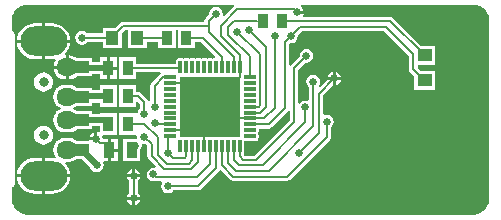
<source format=gtl>
G04*
G04 #@! TF.GenerationSoftware,Altium Limited,Altium Designer,20.0.2 (26)*
G04*
G04 Layer_Physical_Order=1*
G04 Layer_Color=255*
%FSLAX25Y25*%
%MOIN*%
G70*
G01*
G75*
%ADD10C,0.00787*%
%ADD30R,0.03740X0.05118*%
%ADD31R,0.04331X0.04724*%
%ADD32R,0.03543X0.05315*%
%ADD33R,0.20472X0.20472*%
G04:AMPARAMS|DCode=34|XSize=39.76mil|YSize=10.24mil|CornerRadius=1.28mil|HoleSize=0mil|Usage=FLASHONLY|Rotation=90.000|XOffset=0mil|YOffset=0mil|HoleType=Round|Shape=RoundedRectangle|*
%AMROUNDEDRECTD34*
21,1,0.03976,0.00768,0,0,90.0*
21,1,0.03720,0.01024,0,0,90.0*
1,1,0.00256,0.00384,0.01860*
1,1,0.00256,0.00384,-0.01860*
1,1,0.00256,-0.00384,-0.01860*
1,1,0.00256,-0.00384,0.01860*
%
%ADD34ROUNDEDRECTD34*%
G04:AMPARAMS|DCode=35|XSize=10.24mil|YSize=39.76mil|CornerRadius=1.28mil|HoleSize=0mil|Usage=FLASHONLY|Rotation=90.000|XOffset=0mil|YOffset=0mil|HoleType=Round|Shape=RoundedRectangle|*
%AMROUNDEDRECTD35*
21,1,0.01024,0.03720,0,0,90.0*
21,1,0.00768,0.03976,0,0,90.0*
1,1,0.00256,0.01860,0.00384*
1,1,0.00256,0.01860,-0.00384*
1,1,0.00256,-0.01860,-0.00384*
1,1,0.00256,-0.01860,0.00384*
%
%ADD35ROUNDEDRECTD35*%
%ADD36R,0.04724X0.04331*%
%ADD37R,0.09843X0.03937*%
%ADD38C,0.01968*%
%ADD39O,0.07087X0.05906*%
%ADD40O,0.15748X0.09843*%
%ADD41C,0.03150*%
%ADD42C,0.02500*%
G36*
X500133Y339350D02*
X501158Y338954D01*
X502078Y338355D01*
X502855Y337578D01*
X503454Y336658D01*
X503850Y335633D01*
X504026Y334549D01*
X504000Y334000D01*
Y275000D01*
X504026Y274451D01*
X503850Y273367D01*
X503454Y272342D01*
X502855Y271422D01*
X502078Y270645D01*
X501158Y270046D01*
X500133Y269650D01*
X499049Y269474D01*
X498500Y269500D01*
X498500Y269500D01*
X498000Y269500D01*
X350500Y269500D01*
X349951Y269474D01*
X348867Y269650D01*
X347842Y270046D01*
X346922Y270645D01*
X346145Y271422D01*
X345546Y272342D01*
X345150Y273367D01*
X344974Y274451D01*
X345000Y275000D01*
X345000D01*
Y278668D01*
X345260Y278719D01*
X345591Y278941D01*
X345812Y279271D01*
X345890Y279661D01*
Y329661D01*
X345812Y330052D01*
X345591Y330382D01*
X345260Y330603D01*
X345000Y330655D01*
Y334000D01*
X344974Y334549D01*
X345150Y335633D01*
X345546Y336658D01*
X346145Y337578D01*
X346922Y338355D01*
X347842Y338954D01*
X348867Y339350D01*
X349951Y339526D01*
X350500Y339500D01*
X418836D01*
X418990Y339021D01*
X418990Y339000D01*
X415633Y335643D01*
X415173Y335889D01*
X415294Y336500D01*
X415119Y337378D01*
X414622Y338122D01*
X413878Y338619D01*
X413000Y338794D01*
X412122Y338619D01*
X411378Y338122D01*
X410881Y337378D01*
X410706Y336500D01*
X410753Y336263D01*
X409542Y335052D01*
X409234Y334591D01*
X409126Y334047D01*
Y333874D01*
X382158D01*
X381615Y333766D01*
X381154Y333458D01*
X380648Y332952D01*
X380645Y332950D01*
X379557Y331862D01*
X375236D01*
Y329921D01*
X370068D01*
X369933Y330122D01*
X369189Y330619D01*
X368311Y330794D01*
X367433Y330619D01*
X366689Y330122D01*
X366192Y329378D01*
X366017Y328500D01*
X366192Y327622D01*
X366689Y326878D01*
X367433Y326380D01*
X368311Y326206D01*
X369189Y326380D01*
X369933Y326878D01*
X370068Y327079D01*
X375236D01*
Y325138D01*
X381567D01*
Y329853D01*
X382652Y330938D01*
X382655Y330940D01*
X382747Y331032D01*
X383504D01*
Y325138D01*
X389835D01*
Y327079D01*
X393760D01*
Y324941D01*
X399500D01*
Y331032D01*
X400256D01*
Y324941D01*
X405996D01*
Y327079D01*
X407911D01*
X412793Y322197D01*
X412678Y321918D01*
X412554Y321729D01*
X412145Y321648D01*
X411984Y321540D01*
X411824Y321648D01*
X411384Y321735D01*
X410616D01*
X410176Y321648D01*
X410016Y321540D01*
X409856Y321648D01*
X409415Y321735D01*
X408648D01*
X408208Y321648D01*
X408047Y321540D01*
X407887Y321648D01*
X407447Y321735D01*
X406679D01*
X406239Y321648D01*
X406079Y321540D01*
X405919Y321648D01*
X405478Y321735D01*
X404711D01*
X404271Y321648D01*
X404110Y321540D01*
X403950Y321648D01*
X403510Y321735D01*
X402742D01*
X402302Y321648D01*
X402142Y321540D01*
X401981Y321648D01*
X401541Y321735D01*
X400774D01*
X400333Y321648D01*
X399960Y321398D01*
X399711Y321025D01*
X399624Y320585D01*
Y319782D01*
X386422D01*
Y321920D01*
X380681D01*
Y314802D01*
X386422D01*
Y316940D01*
X394363D01*
X394515Y316440D01*
X394276Y316281D01*
X391495Y313500D01*
X391187Y313039D01*
X391079Y312495D01*
Y307551D01*
X390855Y307383D01*
X390336Y307537D01*
X390292Y307575D01*
X390005Y308005D01*
X387992Y310018D01*
X387531Y310326D01*
X386987Y310434D01*
X386422D01*
Y312572D01*
X380681D01*
Y305454D01*
X386422D01*
Y306915D01*
X386884Y307107D01*
X387579Y306411D01*
Y304757D01*
X387378Y304622D01*
X386880Y303878D01*
X386806Y303503D01*
X386422Y303224D01*
X380681D01*
Y296106D01*
X386317D01*
X386754Y295744D01*
X386706Y295500D01*
X386776Y295150D01*
X386350Y294724D01*
X386000Y294794D01*
X385313Y294657D01*
X382152D01*
Y287343D01*
X387695D01*
Y290987D01*
X388120Y291622D01*
X388294Y292500D01*
X388224Y292850D01*
X388650Y293276D01*
X389000Y293206D01*
X389237Y293253D01*
X390120Y292370D01*
Y288931D01*
X390229Y288387D01*
X390537Y287926D01*
X392900Y285563D01*
X392654Y285102D01*
X392143Y285204D01*
X391265Y285029D01*
X390521Y284532D01*
X390023Y283787D01*
X389849Y282909D01*
X390023Y282031D01*
X390521Y281287D01*
X391265Y280790D01*
X392143Y280615D01*
X392507Y280688D01*
X392508Y280687D01*
X393052Y280579D01*
X394819D01*
X395054Y280138D01*
X394881Y279878D01*
X394706Y279000D01*
X394881Y278122D01*
X395378Y277378D01*
X396122Y276881D01*
X397000Y276706D01*
X397878Y276881D01*
X398622Y277378D01*
X398757Y277579D01*
X407000D01*
X407544Y277687D01*
X408005Y277995D01*
X413973Y283964D01*
X414101Y284155D01*
X414717Y284246D01*
X417755Y281208D01*
X418216Y280900D01*
X418760Y280792D01*
X418760Y280792D01*
X436713D01*
X437256Y280900D01*
X437717Y281208D01*
X451005Y294495D01*
X451313Y294956D01*
X451421Y295500D01*
Y298743D01*
X451622Y298878D01*
X452119Y299622D01*
X452294Y300500D01*
X452119Y301378D01*
X451622Y302122D01*
X450878Y302620D01*
X450000Y302794D01*
X449277Y302650D01*
X448777Y302945D01*
Y309268D01*
X451900Y312390D01*
Y314400D01*
X449890D01*
X447663Y312173D01*
X447129Y312345D01*
X447121Y312392D01*
X447513Y312978D01*
X447688Y313856D01*
X447513Y314734D01*
X447016Y315478D01*
X446272Y315976D01*
X445394Y316150D01*
X444516Y315976D01*
X443772Y315478D01*
X443274Y314734D01*
X443100Y313856D01*
X443274Y312978D01*
X443772Y312234D01*
X443973Y312100D01*
Y307670D01*
X443473Y307375D01*
X442750Y307519D01*
X441872Y307345D01*
X441128Y306847D01*
X440921Y306538D01*
X440421Y306689D01*
Y317732D01*
X442913Y320224D01*
X443150Y320177D01*
X444028Y320352D01*
X444772Y320849D01*
X445269Y321593D01*
X445444Y322471D01*
X445269Y323349D01*
X444772Y324093D01*
X444028Y324590D01*
X443150Y324765D01*
X442272Y324590D01*
X441528Y324093D01*
X441031Y323349D01*
X440856Y322471D01*
X440903Y322234D01*
X437995Y319326D01*
X437921Y319215D01*
X437421Y319366D01*
Y326411D01*
X437763Y326753D01*
X438000Y326706D01*
X438878Y326881D01*
X439622Y327378D01*
X440119Y328122D01*
X440294Y329000D01*
X440247Y329237D01*
X441589Y330579D01*
X469156D01*
X477323Y322411D01*
Y317925D01*
X477431Y317381D01*
X477739Y316920D01*
X479138Y315522D01*
Y311201D01*
X485862D01*
Y317531D01*
X481147D01*
X480165Y318514D01*
Y319468D01*
X485862D01*
Y325799D01*
X481344D01*
X472139Y335005D01*
X471678Y335313D01*
X471134Y335421D01*
X442181D01*
X441946Y335862D01*
X442119Y336122D01*
X442195Y336500D01*
X440000D01*
Y337500D01*
X442195D01*
X442119Y337878D01*
X441622Y338622D01*
X441057Y339000D01*
X441208Y339500D01*
X498500D01*
X499049Y339526D01*
X500133Y339350D01*
D02*
G37*
G36*
X437579Y303955D02*
Y301089D01*
X425699Y289208D01*
X422589D01*
X422263Y289533D01*
Y289930D01*
X422289Y289968D01*
X422376Y290408D01*
Y294120D01*
X426089D01*
X426529Y294208D01*
X426902Y294457D01*
X427151Y294830D01*
X427239Y295270D01*
Y296038D01*
X427151Y296478D01*
X427044Y296638D01*
X427151Y296798D01*
X427239Y297238D01*
Y298006D01*
X427373Y298170D01*
X430591D01*
X431135Y298278D01*
X431596Y298586D01*
X437005Y303995D01*
X437079Y304106D01*
X437579Y303955D01*
D02*
G37*
%LPC*%
G36*
X358453Y333249D02*
X356000D01*
Y327799D01*
X364353D01*
X364288Y328460D01*
X363950Y329576D01*
X363400Y330605D01*
X362660Y331506D01*
X361758Y332246D01*
X360730Y332796D01*
X359613Y333135D01*
X358453Y333249D01*
D02*
G37*
G36*
X355000D02*
X352547D01*
X351386Y333135D01*
X350270Y332796D01*
X349242Y332246D01*
X348340Y331506D01*
X347600Y330605D01*
X347050Y329576D01*
X346712Y328460D01*
X346647Y327799D01*
X355000D01*
Y333249D01*
D02*
G37*
G36*
Y326799D02*
X346647D01*
X346712Y326138D01*
X347050Y325022D01*
X347600Y323994D01*
X348340Y323092D01*
X349242Y322352D01*
X350270Y321802D01*
X351386Y321464D01*
X352547Y321349D01*
X355000D01*
Y326799D01*
D02*
G37*
G36*
X364353D02*
X356000D01*
Y321349D01*
X358453D01*
X359315Y321434D01*
X359317Y321433D01*
X359581Y320958D01*
X359331Y320631D01*
X358932Y319670D01*
X358862Y319138D01*
X362874D01*
Y322632D01*
X362716Y322890D01*
X362679Y323115D01*
X363400Y323994D01*
X363950Y325022D01*
X364288Y326138D01*
X364353Y326799D01*
D02*
G37*
G36*
X379926Y321920D02*
X377555D01*
Y318861D01*
X379926D01*
Y321920D01*
D02*
G37*
G36*
X452900Y317095D02*
Y315400D01*
X454595D01*
X454519Y315778D01*
X454022Y316522D01*
X453278Y317020D01*
X452900Y317095D01*
D02*
G37*
G36*
X451900D02*
X451522Y317020D01*
X450778Y316522D01*
X450281Y315778D01*
X450205Y315400D01*
X451900D01*
Y317095D01*
D02*
G37*
G36*
X379926Y317861D02*
X377555D01*
Y314802D01*
X379926D01*
Y317861D01*
D02*
G37*
G36*
X363965Y322625D02*
X363874D01*
Y318638D01*
Y314651D01*
X363965D01*
X364997Y314787D01*
X365958Y315185D01*
X366589Y315669D01*
X371657D01*
Y316476D01*
X374185D01*
Y314802D01*
X376555D01*
Y318361D01*
Y321920D01*
X374185D01*
Y320523D01*
X371657D01*
Y321606D01*
X366589D01*
X365958Y322091D01*
X364997Y322489D01*
X363965Y322625D01*
D02*
G37*
G36*
X362874Y318138D02*
X358862D01*
X358932Y317606D01*
X359331Y316644D01*
X359815Y316013D01*
Y315669D01*
X360159D01*
X360790Y315185D01*
X361752Y314787D01*
X362784Y314651D01*
X362874D01*
Y318138D01*
D02*
G37*
G36*
X454595Y314400D02*
X452900D01*
Y312705D01*
X453278Y312780D01*
X454022Y313278D01*
X454519Y314022D01*
X454595Y314400D01*
D02*
G37*
G36*
X355500Y316909D02*
X354674Y316800D01*
X353904Y316481D01*
X353242Y315974D01*
X352735Y315313D01*
X352416Y314543D01*
X352307Y313717D01*
X352416Y312890D01*
X352735Y312120D01*
X353242Y311459D01*
X353904Y310952D01*
X354674Y310633D01*
X355500Y310524D01*
X356326Y310633D01*
X357096Y310952D01*
X357757Y311459D01*
X358265Y312120D01*
X358584Y312890D01*
X358693Y313717D01*
X358584Y314543D01*
X358265Y315313D01*
X357757Y315974D01*
X357096Y316481D01*
X356326Y316800D01*
X355500Y316909D01*
D02*
G37*
G36*
X363965Y312782D02*
X362784D01*
X361752Y312646D01*
X360790Y312248D01*
X360159Y311764D01*
X359815D01*
Y311420D01*
X359331Y310789D01*
X358932Y309827D01*
X358797Y308795D01*
X358932Y307763D01*
X359331Y306802D01*
X359815Y306171D01*
Y305827D01*
X360159D01*
X360790Y305343D01*
X361306Y305129D01*
Y304588D01*
X360790Y304374D01*
X360159Y303890D01*
X359815D01*
Y303546D01*
X359331Y302915D01*
X358932Y301953D01*
X358797Y300921D01*
X358932Y299889D01*
X359331Y298928D01*
X359815Y298297D01*
Y297953D01*
X360159D01*
X360790Y297468D01*
X361752Y297070D01*
X362784Y296934D01*
X363965D01*
X364997Y297070D01*
X365958Y297468D01*
X366589Y297953D01*
X371657D01*
Y298898D01*
X374185D01*
Y297196D01*
X373685Y296901D01*
X373465Y296945D01*
Y294750D01*
X372965D01*
Y294250D01*
X370583D01*
X370416Y294047D01*
X366589D01*
X365958Y294531D01*
X364997Y294930D01*
X363965Y295066D01*
X362784D01*
X361752Y294930D01*
X360790Y294531D01*
X360159Y294047D01*
X359815D01*
Y293703D01*
X359331Y293072D01*
X358932Y292111D01*
X358797Y291079D01*
X358932Y290047D01*
X359331Y289085D01*
X359581Y288758D01*
X359317Y288283D01*
X359315Y288282D01*
X358453Y288367D01*
X356000D01*
Y282917D01*
X364353D01*
X364288Y283578D01*
X363950Y284694D01*
X363400Y285723D01*
X362679Y286601D01*
X362716Y286827D01*
X362879Y287092D01*
X363965D01*
X364997Y287228D01*
X365958Y287626D01*
X366589Y288110D01*
X368288D01*
X371107Y285292D01*
X371140Y285122D01*
X371638Y284378D01*
X372382Y283880D01*
X373260Y283706D01*
X374138Y283880D01*
X374882Y284378D01*
X375379Y285122D01*
X375554Y286000D01*
X375386Y286842D01*
X375392Y286955D01*
X375599Y287343D01*
X376943D01*
Y291000D01*
Y294657D01*
X376202D01*
X376065Y294685D01*
X375312D01*
X375259Y294750D01*
X375088Y295606D01*
X375081Y295695D01*
X375341Y296106D01*
X379926D01*
Y303224D01*
X374185D01*
Y302944D01*
X371657D01*
Y303890D01*
X366589D01*
X365958Y304374D01*
X365442Y304588D01*
Y305129D01*
X365958Y305343D01*
X366589Y305827D01*
X371657D01*
Y306881D01*
X374185D01*
Y305454D01*
X379926D01*
Y312572D01*
X374185D01*
Y310927D01*
X371657D01*
Y311764D01*
X366589D01*
X365958Y312248D01*
X364997Y312646D01*
X363965Y312782D01*
D02*
G37*
G36*
X372465Y296945D02*
X372087Y296869D01*
X371342Y296372D01*
X370845Y295628D01*
X370770Y295250D01*
X372465D01*
Y296945D01*
D02*
G37*
G36*
X355500Y299193D02*
X354674Y299084D01*
X353904Y298765D01*
X353242Y298257D01*
X352735Y297596D01*
X352416Y296826D01*
X352307Y296000D01*
X352416Y295174D01*
X352735Y294404D01*
X353242Y293742D01*
X353904Y293235D01*
X354674Y292916D01*
X355500Y292807D01*
X356326Y292916D01*
X357096Y293235D01*
X357757Y293742D01*
X358265Y294404D01*
X358584Y295174D01*
X358693Y296000D01*
X358584Y296826D01*
X358265Y297596D01*
X357757Y298257D01*
X357096Y298765D01*
X356326Y299084D01*
X355500Y299193D01*
D02*
G37*
G36*
X380215Y294657D02*
X377943D01*
Y291500D01*
X380215D01*
Y294657D01*
D02*
G37*
G36*
Y290500D02*
X377943D01*
Y287343D01*
X380215D01*
Y290500D01*
D02*
G37*
G36*
X386000Y284695D02*
Y283000D01*
X387695D01*
X387619Y283378D01*
X387122Y284122D01*
X386378Y284619D01*
X386000Y284695D01*
D02*
G37*
G36*
X385000D02*
X384622Y284619D01*
X383878Y284122D01*
X383381Y283378D01*
X383305Y283000D01*
X385000D01*
Y284695D01*
D02*
G37*
G36*
X355000Y288367D02*
X352547D01*
X351386Y288253D01*
X350270Y287914D01*
X349242Y287365D01*
X348340Y286625D01*
X347600Y285723D01*
X347050Y284694D01*
X346712Y283578D01*
X346647Y282917D01*
X355000D01*
Y288367D01*
D02*
G37*
G36*
X364353Y281917D02*
X356000D01*
Y276467D01*
X358453D01*
X359613Y276582D01*
X360730Y276920D01*
X361758Y277470D01*
X362660Y278210D01*
X363400Y279112D01*
X363950Y280140D01*
X364288Y281257D01*
X364353Y281917D01*
D02*
G37*
G36*
X355000D02*
X346647D01*
X346712Y281257D01*
X347050Y280140D01*
X347600Y279112D01*
X348340Y278210D01*
X349242Y277470D01*
X350270Y276920D01*
X351386Y276582D01*
X352547Y276467D01*
X355000D01*
Y281917D01*
D02*
G37*
G36*
X387695Y282000D02*
X383305D01*
X383381Y281622D01*
X383878Y280878D01*
X384079Y280743D01*
Y276757D01*
X383878Y276622D01*
X383381Y275878D01*
X383305Y275500D01*
X387695D01*
X387619Y275878D01*
X387122Y276622D01*
X386921Y276757D01*
Y280743D01*
X387122Y280878D01*
X387619Y281622D01*
X387695Y282000D01*
D02*
G37*
G36*
Y274500D02*
X386000D01*
Y272805D01*
X386378Y272881D01*
X387122Y273378D01*
X387619Y274122D01*
X387695Y274500D01*
D02*
G37*
G36*
X385000D02*
X383305D01*
X383381Y274122D01*
X383878Y273378D01*
X384622Y272881D01*
X385000Y272805D01*
Y274500D01*
D02*
G37*
%LPD*%
D10*
X439000Y338000D02*
X440000Y337000D01*
X420000Y338000D02*
X439000D01*
X414500Y332500D02*
X420000Y338000D01*
X452400Y314900D02*
X452500Y315000D01*
X447356Y309856D02*
X452400Y314900D01*
X447356Y296856D02*
Y309856D01*
X410547Y330453D02*
Y332453D01*
Y330453D02*
X418874Y322126D01*
X410547Y334047D02*
X413000Y336500D01*
X410547Y332453D02*
Y334047D01*
X414500Y329081D02*
Y332500D01*
X420843Y318725D02*
Y322738D01*
X414500Y329081D02*
X420843Y322738D01*
X418874Y318725D02*
Y322126D01*
X414937Y318725D02*
Y322063D01*
X408500Y328500D02*
X414937Y322063D01*
X403126Y328500D02*
X408500D01*
X397000Y279000D02*
X407000D01*
X412968Y284968D01*
Y292268D01*
X406500Y282000D02*
X411000Y286500D01*
X393052Y282000D02*
X406500D01*
X411000Y286500D02*
Y292268D01*
X392143Y282909D02*
X393052Y282000D01*
X404740Y284713D02*
X407063Y287035D01*
X395760Y284713D02*
X404740D01*
X407063Y287035D02*
Y292268D01*
X391541Y288931D02*
Y292959D01*
Y288931D02*
X395760Y284713D01*
X389000Y295500D02*
X391541Y292959D01*
X389096Y299665D02*
X393500Y295261D01*
X383552Y299665D02*
X389096D01*
X393500Y289500D02*
Y295261D01*
X405094Y287595D02*
Y292268D01*
X404000Y286500D02*
X405094Y287595D01*
X403126Y288913D02*
Y292268D01*
X402500Y288287D02*
X403126Y288913D01*
X414937Y286035D02*
X418760Y282213D01*
X414937Y286035D02*
Y292268D01*
X416905Y286595D02*
Y292268D01*
Y286595D02*
X419500Y284000D01*
X436000Y327000D02*
X438000Y329000D01*
X441000Y332000D01*
X432500Y305000D02*
Y329000D01*
X429059Y301559D02*
X432500Y305000D01*
X424228Y301559D02*
X429059D01*
X436000Y305000D02*
Y327000D01*
X430591Y299591D02*
X436000Y305000D01*
X424228Y299591D02*
X430591D01*
X385500Y275000D02*
Y282500D01*
X450000Y295500D02*
Y300500D01*
X436713Y282213D02*
X450000Y295500D01*
X418760Y282213D02*
X436713D01*
X440500Y290000D02*
X447356Y296856D01*
X442750Y300250D02*
Y305225D01*
X428500Y286000D02*
X442750Y300250D01*
X439000Y318321D02*
X443150Y322471D01*
X439000Y300500D02*
Y318321D01*
X426287Y287787D02*
X439000Y300500D01*
X445394Y298894D02*
Y313856D01*
X430500Y284000D02*
X445394Y298894D01*
X419500Y284000D02*
X430500D01*
X420500Y286000D02*
X428500D01*
X422000Y287787D02*
X426287D01*
X377443Y291000D02*
Y291886D01*
X376065Y293264D02*
X377443Y291886D01*
X374451Y293264D02*
X376065D01*
X372965Y294750D02*
X374451Y293264D01*
X396500Y286500D02*
X404000D01*
X393500Y289500D02*
X396500Y286500D01*
X398713Y288287D02*
X402500D01*
X397000Y290000D02*
X398713Y288287D01*
X397000Y290000D02*
Y295536D01*
X478744Y317925D02*
X482303Y314366D01*
X478744Y317925D02*
Y323000D01*
X482303Y314366D02*
X482500D01*
X389000Y303000D02*
Y307000D01*
X386987Y309013D02*
X389000Y307000D01*
X392500Y300000D02*
X393000D01*
X393409Y299591D01*
X397709Y315276D02*
X397772Y315339D01*
X395281Y315276D02*
X397709D01*
X392500Y312495D02*
X395281Y315276D01*
X392500Y305500D02*
Y312495D01*
X368311Y328500D02*
X378402D01*
X397000Y295536D02*
X397118Y295654D01*
X397772D01*
X378402Y328500D02*
Y328697D01*
X381650Y331945D01*
X381651D01*
X382158Y332453D02*
X410547D01*
X381651Y331945D02*
X382158Y332453D01*
X424228Y315339D02*
Y322272D01*
X417000Y329500D02*
X424228Y322272D01*
X417000Y329500D02*
Y332000D01*
X419000Y334000D01*
X426760D01*
X427610Y305896D02*
Y322890D01*
X420000Y330500D02*
X427610Y322890D01*
X429500Y305258D02*
Y325500D01*
X424000Y331000D02*
X429500Y325500D01*
X469744Y332000D02*
X478744Y323000D01*
X441000Y332000D02*
X469744D01*
X420843Y288945D02*
X422000Y287787D01*
X420843Y288945D02*
Y292268D01*
X418874Y287626D02*
X420500Y286000D01*
X418874Y287626D02*
Y292268D01*
X427769Y303528D02*
X429500Y305258D01*
X424228Y303528D02*
X427769D01*
X427210Y305496D02*
X427610Y305896D01*
X424228Y305496D02*
X427210D01*
X434496Y334689D02*
X435185Y334000D01*
X471134D02*
X482500Y322634D01*
X435185Y334000D02*
X471134D01*
X434496D02*
Y334689D01*
X386669Y328500D02*
X396630D01*
X396630Y328500D01*
X383552Y318361D02*
X401039D01*
X401158Y318479D01*
Y318725D01*
X420843Y315339D02*
Y318725D01*
X411000Y305496D02*
X420843Y315339D01*
X397772Y313370D02*
X403126D01*
X411000Y305496D01*
X409031Y303528D02*
X411000Y305496D01*
X403126Y297622D02*
X409031Y303528D01*
X397772Y297622D02*
X403126D01*
X409031Y292268D02*
Y303528D01*
X414937Y301559D02*
X424228D01*
X411000Y305496D02*
X414937Y301559D01*
X393409Y299591D02*
X397772D01*
X383552Y309013D02*
X386987D01*
D30*
X403126Y328500D02*
D03*
X396630D02*
D03*
X428500Y334000D02*
D03*
X434996D02*
D03*
X383552Y318361D02*
D03*
X377056D02*
D03*
Y299665D02*
D03*
X383552D02*
D03*
X377056Y309013D02*
D03*
X383552D02*
D03*
D31*
X386669Y328500D02*
D03*
X378402D02*
D03*
D32*
X384923Y291000D02*
D03*
X377443D02*
D03*
D33*
X411000Y305496D02*
D03*
D34*
X401158Y318725D02*
D03*
X403126D02*
D03*
X405094D02*
D03*
X407063D02*
D03*
X409031D02*
D03*
X411000D02*
D03*
X412968D02*
D03*
X414937D02*
D03*
X416905D02*
D03*
X418874D02*
D03*
X420843D02*
D03*
Y292268D02*
D03*
X418874D02*
D03*
X416905D02*
D03*
X414937D02*
D03*
X412968D02*
D03*
X411000D02*
D03*
X409031D02*
D03*
X407063D02*
D03*
X405094D02*
D03*
X403126D02*
D03*
X401158D02*
D03*
D35*
X397772Y295654D02*
D03*
Y297622D02*
D03*
Y299591D02*
D03*
Y301559D02*
D03*
Y303528D02*
D03*
Y305496D02*
D03*
Y307465D02*
D03*
Y309433D02*
D03*
Y311402D02*
D03*
Y313370D02*
D03*
Y315339D02*
D03*
X424228D02*
D03*
Y313370D02*
D03*
Y311402D02*
D03*
Y309433D02*
D03*
Y307465D02*
D03*
Y305496D02*
D03*
Y303528D02*
D03*
Y301559D02*
D03*
Y299591D02*
D03*
Y297622D02*
D03*
Y295654D02*
D03*
D36*
X482500Y314366D02*
D03*
Y322634D02*
D03*
D37*
X365736Y318638D02*
D03*
Y308795D02*
D03*
Y300921D02*
D03*
Y291079D02*
D03*
D38*
X368181D02*
X373260Y286000D01*
X365736Y291079D02*
X368181D01*
X365736Y318638D02*
X365875Y318499D01*
X376917D01*
X377056Y318361D01*
X365736Y300921D02*
X376170D01*
X377056Y300035D01*
Y299665D02*
Y300035D01*
X365736Y308795D02*
X365845Y308904D01*
X376947D01*
X377056Y309013D01*
D39*
X363374Y318638D02*
D03*
Y308795D02*
D03*
Y300921D02*
D03*
Y291079D02*
D03*
D40*
X355500Y327299D02*
D03*
Y282417D02*
D03*
D41*
Y313717D02*
D03*
Y296000D02*
D03*
D42*
X440000Y337000D02*
D03*
X438000Y329000D02*
D03*
X432500D02*
D03*
X385500Y275000D02*
D03*
X452400Y314900D02*
D03*
X450000Y300500D02*
D03*
X440500Y290000D02*
D03*
X372965Y294750D02*
D03*
X392143Y282909D02*
D03*
X397000Y290000D02*
D03*
X385500Y282500D02*
D03*
X389000Y303000D02*
D03*
Y295500D02*
D03*
X403335Y302165D02*
D03*
X386000Y292500D02*
D03*
X392500Y300000D02*
D03*
Y305500D02*
D03*
X368311Y328500D02*
D03*
X413000Y336500D02*
D03*
X397000Y279000D02*
D03*
X420000Y330500D02*
D03*
X424000Y331000D02*
D03*
X445394Y313856D02*
D03*
X443150Y322471D02*
D03*
X442750Y305225D02*
D03*
X373260Y286000D02*
D03*
M02*

</source>
